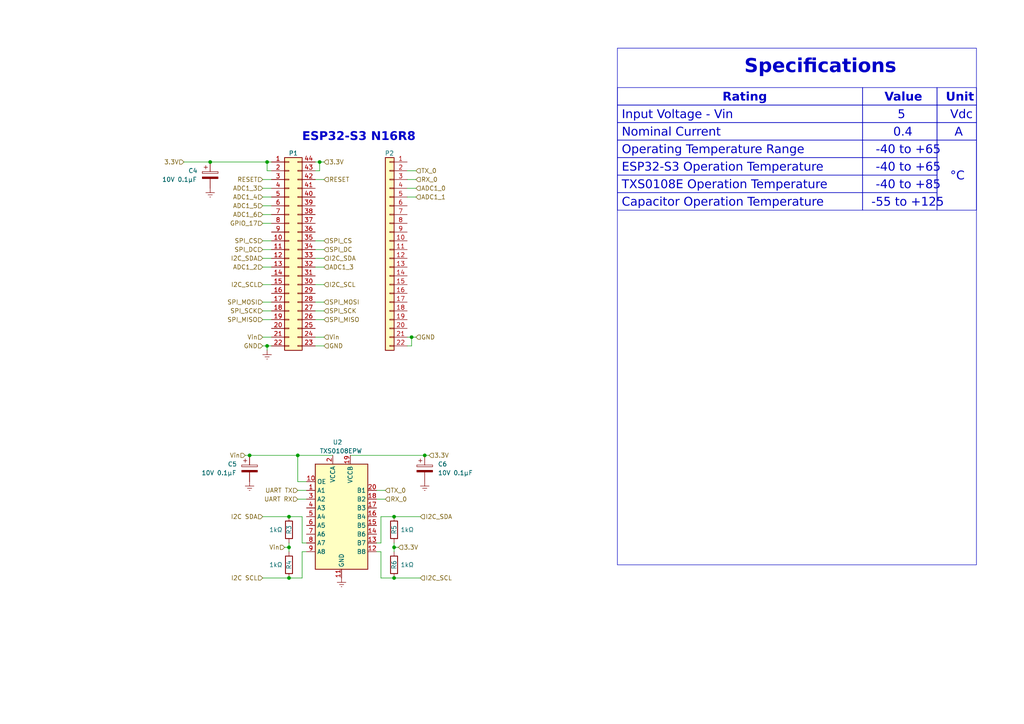
<source format=kicad_sch>
(kicad_sch (version 20230121) (generator eeschema)
  (paper "A4")
  (title_block (title "Microcontroller") (date "27/09/2024") (rev "1.0") (company "Lucas Rayan Guerra da Silva") (comment 1 "linkedin.com/in/lucasrguerra") (comment 2 "github.com/lucasrguerra/power_vision"))
  (lib_symbols
    (symbol "Connector_Generic:Conn_01x22" (pin_names (offset 1.016) hide)
      (property "Reference" "J" (at 0 27.94 0))
      (property "Value" "Conn_01x22" (at 0 -30.48 0))
      (symbol "Conn_01x22_1_1"
        (rectangle (start -1.27 -27.813) (end 0 -28.067) (stroke (width 0.1524)))
        (rectangle (start -1.27 -25.273) (end 0 -25.527) (stroke (width 0.1524)))
        (rectangle (start -1.27 -22.733) (end 0 -22.987) (stroke (width 0.1524)))
        (rectangle (start -1.27 -20.193) (end 0 -20.447) (stroke (width 0.1524)))
        (rectangle (start -1.27 -17.653) (end 0 -17.907) (stroke (width 0.1524)))
        (rectangle (start -1.27 -15.113) (end 0 -15.367) (stroke (width 0.1524)))
        (rectangle (start -1.27 -12.573) (end 0 -12.827) (stroke (width 0.1524)))
        (rectangle (start -1.27 -10.033) (end 0 -10.287) (stroke (width 0.1524)))
        (rectangle (start -1.27 -7.493) (end 0 -7.747) (stroke (width 0.1524)))
        (rectangle (start -1.27 -4.953) (end 0 -5.207) (stroke (width 0.1524)))
        (rectangle (start -1.27 -2.413) (end 0 -2.667) (stroke (width 0.1524)))
        (rectangle (start -1.27 0.127) (end 0 -0.127) (stroke (width 0.1524)))
        (rectangle (start -1.27 2.667) (end 0 2.413) (stroke (width 0.1524)))
        (rectangle (start -1.27 5.207) (end 0 4.953) (stroke (width 0.1524)))
        (rectangle (start -1.27 7.747) (end 0 7.493) (stroke (width 0.1524)))
        (rectangle (start -1.27 10.287) (end 0 10.033) (stroke (width 0.1524)))
        (rectangle (start -1.27 12.827) (end 0 12.573) (stroke (width 0.1524)))
        (rectangle (start -1.27 15.367) (end 0 15.113) (stroke (width 0.1524)))
        (rectangle (start -1.27 17.907) (end 0 17.653) (stroke (width 0.1524)))
        (rectangle (start -1.27 20.447) (end 0 20.193) (stroke (width 0.1524)))
        (rectangle (start -1.27 22.987) (end 0 22.733) (stroke (width 0.1524)))
        (rectangle (start -1.27 25.527) (end 0 25.273) (stroke (width 0.1524)))
        (rectangle (start -1.27 26.67) (end 1.27 -29.21) (stroke (width 0.254)) (fill (type background)))
        (pin passive line (at -5.08 25.4 0) (length 3.81) (name "Pin_1") (number "1"))
        (pin passive line (at -5.08 2.54 0) (length 3.81) (name "Pin_10") (number "10"))
        (pin passive line (at -5.08 0 0) (length 3.81) (name "Pin_11") (number "11"))
        (pin passive line (at -5.08 -2.54 0) (length 3.81) (name "Pin_12") (number "12"))
        (pin passive line (at -5.08 -5.08 0) (length 3.81) (name "Pin_13") (number "13"))
        (pin passive line (at -5.08 -7.62 0) (length 3.81) (name "Pin_14") (number "14"))
        (pin passive line (at -5.08 -10.16 0) (length 3.81) (name "Pin_15") (number "15"))
        (pin passive line (at -5.08 -12.7 0) (length 3.81) (name "Pin_16") (number "16"))
        (pin passive line (at -5.08 -15.24 0) (length 3.81) (name "Pin_17") (number "17"))
        (pin passive line (at -5.08 -17.78 0) (length 3.81) (name "Pin_18") (number "18"))
        (pin passive line (at -5.08 -20.32 0) (length 3.81) (name "Pin_19") (number "19"))
        (pin passive line (at -5.08 22.86 0) (length 3.81) (name "Pin_2") (number "2"))
        (pin passive line (at -5.08 -22.86 0) (length 3.81) (name "Pin_20") (number "20"))
        (pin passive line (at -5.08 -25.4 0) (length 3.81) (name "Pin_21") (number "21"))
        (pin passive line (at -5.08 -27.94 0) (length 3.81) (name "Pin_22") (number "22"))
        (pin passive line (at -5.08 20.32 0) (length 3.81) (name "Pin_3") (number "3"))
        (pin passive line (at -5.08 17.78 0) (length 3.81) (name "Pin_4") (number "4"))
        (pin passive line (at -5.08 15.24 0) (length 3.81) (name "Pin_5") (number "5"))
        (pin passive line (at -5.08 12.7 0) (length 3.81) (name "Pin_6") (number "6"))
        (pin passive line (at -5.08 10.16 0) (length 3.81) (name "Pin_7") (number "7"))
        (pin passive line (at -5.08 7.62 0) (length 3.81) (name "Pin_8") (number "8"))
        (pin passive line (at -5.08 5.08 0) (length 3.81) (name "Pin_9") (number "9"))
      )
    )
    (symbol "Connector_Generic:Conn_02x22_Counter_Clockwise" (pin_names (offset 1.016) hide)
      (property "Reference" "J" (at 1.27 27.94 0))
      (property "Value" "Conn_02x22_Counter_Clockwise" (at 1.27 -30.48 0))
      (symbol "Conn_02x22_Counter_Clockwise_1_1"
        (rectangle (start -1.27 -27.813) (end 0 -28.067) (stroke (width 0.1524)))
        (rectangle (start -1.27 -25.273) (end 0 -25.527) (stroke (width 0.1524)))
        (rectangle (start -1.27 -22.733) (end 0 -22.987) (stroke (width 0.1524)))
        (rectangle (start -1.27 -20.193) (end 0 -20.447) (stroke (width 0.1524)))
        (rectangle (start -1.27 -17.653) (end 0 -17.907) (stroke (width 0.1524)))
        (rectangle (start -1.27 -15.113) (end 0 -15.367) (stroke (width 0.1524)))
        (rectangle (start -1.27 -12.573) (end 0 -12.827) (stroke (width 0.1524)))
        (rectangle (start -1.27 -10.033) (end 0 -10.287) (stroke (width 0.1524)))
        (rectangle (start -1.27 -7.493) (end 0 -7.747) (stroke (width 0.1524)))
        (rectangle (start -1.27 -4.953) (end 0 -5.207) (stroke (width 0.1524)))
        (rectangle (start -1.27 -2.413) (end 0 -2.667) (stroke (width 0.1524)))
        (rectangle (start -1.27 0.127) (end 0 -0.127) (stroke (width 0.1524)))
        (rectangle (start -1.27 2.667) (end 0 2.413) (stroke (width 0.1524)))
        (rectangle (start -1.27 5.207) (end 0 4.953) (stroke (width 0.1524)))
        (rectangle (start -1.27 7.747) (end 0 7.493) (stroke (width 0.1524)))
        (rectangle (start -1.27 10.287) (end 0 10.033) (stroke (width 0.1524)))
        (rectangle (start -1.27 12.827) (end 0 12.573) (stroke (width 0.1524)))
        (rectangle (start -1.27 15.367) (end 0 15.113) (stroke (width 0.1524)))
        (rectangle (start -1.27 17.907) (end 0 17.653) (stroke (width 0.1524)))
        (rectangle (start -1.27 20.447) (end 0 20.193) (stroke (width 0.1524)))
        (rectangle (start -1.27 22.987) (end 0 22.733) (stroke (width 0.1524)))
        (rectangle (start -1.27 25.527) (end 0 25.273) (stroke (width 0.1524)))
        (rectangle (start -1.27 26.67) (end 3.81 -29.21) (stroke (width 0.254)) (fill (type background)))
        (rectangle (start 3.81 -27.813) (end 2.54 -28.067) (stroke (width 0.1524)))
        (rectangle (start 3.81 -25.273) (end 2.54 -25.527) (stroke (width 0.1524)))
        (rectangle (start 3.81 -22.733) (end 2.54 -22.987) (stroke (width 0.1524)))
        (rectangle (start 3.81 -20.193) (end 2.54 -20.447) (stroke (width 0.1524)))
        (rectangle (start 3.81 -17.653) (end 2.54 -17.907) (stroke (width 0.1524)))
        (rectangle (start 3.81 -15.113) (end 2.54 -15.367) (stroke (width 0.1524)))
        (rectangle (start 3.81 -12.573) (end 2.54 -12.827) (stroke (width 0.1524)))
        (rectangle (start 3.81 -10.033) (end 2.54 -10.287) (stroke (width 0.1524)))
        (rectangle (start 3.81 -7.493) (end 2.54 -7.747) (stroke (width 0.1524)))
        (rectangle (start 3.81 -4.953) (end 2.54 -5.207) (stroke (width 0.1524)))
        (rectangle (start 3.81 -2.413) (end 2.54 -2.667) (stroke (width 0.1524)))
        (rectangle (start 3.81 0.127) (end 2.54 -0.127) (stroke (width 0.1524)))
        (rectangle (start 3.81 2.667) (end 2.54 2.413) (stroke (width 0.1524)))
        (rectangle (start 3.81 5.207) (end 2.54 4.953) (stroke (width 0.1524)))
        (rectangle (start 3.81 7.747) (end 2.54 7.493) (stroke (width 0.1524)))
        (rectangle (start 3.81 10.287) (end 2.54 10.033) (stroke (width 0.1524)))
        (rectangle (start 3.81 12.827) (end 2.54 12.573) (stroke (width 0.1524)))
        (rectangle (start 3.81 15.367) (end 2.54 15.113) (stroke (width 0.1524)))
        (rectangle (start 3.81 17.907) (end 2.54 17.653) (stroke (width 0.1524)))
        (rectangle (start 3.81 20.447) (end 2.54 20.193) (stroke (width 0.1524)))
        (rectangle (start 3.81 22.987) (end 2.54 22.733) (stroke (width 0.1524)))
        (rectangle (start 3.81 25.527) (end 2.54 25.273) (stroke (width 0.1524)))
        (pin passive line (at -5.08 25.4 0) (length 3.81) (name "Pin_1") (number "1"))
        (pin passive line (at -5.08 2.54 0) (length 3.81) (name "Pin_10") (number "10"))
        (pin passive line (at -5.08 0 0) (length 3.81) (name "Pin_11") (number "11"))
        (pin passive line (at -5.08 -2.54 0) (length 3.81) (name "Pin_12") (number "12"))
        (pin passive line (at -5.08 -5.08 0) (length 3.81) (name "Pin_13") (number "13"))
        (pin passive line (at -5.08 -7.62 0) (length 3.81) (name "Pin_14") (number "14"))
        (pin passive line (at -5.08 -10.16 0) (length 3.81) (name "Pin_15") (number "15"))
        (pin passive line (at -5.08 -12.7 0) (length 3.81) (name "Pin_16") (number "16"))
        (pin passive line (at -5.08 -15.24 0) (length 3.81) (name "Pin_17") (number "17"))
        (pin passive line (at -5.08 -17.78 0) (length 3.81) (name "Pin_18") (number "18"))
        (pin passive line (at -5.08 -20.32 0) (length 3.81) (name "Pin_19") (number "19"))
        (pin passive line (at -5.08 22.86 0) (length 3.81) (name "Pin_2") (number "2"))
        (pin passive line (at -5.08 -22.86 0) (length 3.81) (name "Pin_20") (number "20"))
        (pin passive line (at -5.08 -25.4 0) (length 3.81) (name "Pin_21") (number "21"))
        (pin passive line (at -5.08 -27.94 0) (length 3.81) (name "Pin_22") (number "22"))
        (pin passive line (at 7.62 -27.94 180) (length 3.81) (name "Pin_23") (number "23"))
        (pin passive line (at 7.62 -25.4 180) (length 3.81) (name "Pin_24") (number "24"))
        (pin passive line (at 7.62 -22.86 180) (length 3.81) (name "Pin_25") (number "25"))
        (pin passive line (at 7.62 -20.32 180) (length 3.81) (name "Pin_26") (number "26"))
        (pin passive line (at 7.62 -17.78 180) (length 3.81) (name "Pin_27") (number "27"))
        (pin passive line (at 7.62 -15.24 180) (length 3.81) (name "Pin_28") (number "28"))
        (pin passive line (at 7.62 -12.7 180) (length 3.81) (name "Pin_29") (number "29"))
        (pin passive line (at -5.08 20.32 0) (length 3.81) (name "Pin_3") (number "3"))
        (pin passive line (at 7.62 -10.16 180) (length 3.81) (name "Pin_30") (number "30"))
        (pin passive line (at 7.62 -7.62 180) (length 3.81) (name "Pin_31") (number "31"))
        (pin passive line (at 7.62 -5.08 180) (length 3.81) (name "Pin_32") (number "32"))
        (pin passive line (at 7.62 -2.54 180) (length 3.81) (name "Pin_33") (number "33"))
        (pin passive line (at 7.62 0 180) (length 3.81) (name "Pin_34") (number "34"))
        (pin passive line (at 7.62 2.54 180) (length 3.81) (name "Pin_35") (number "35"))
        (pin passive line (at 7.62 5.08 180) (length 3.81) (name "Pin_36") (number "36"))
        (pin passive line (at 7.62 7.62 180) (length 3.81) (name "Pin_37") (number "37"))
        (pin passive line (at 7.62 10.16 180) (length 3.81) (name "Pin_38") (number "38"))
        (pin passive line (at 7.62 12.7 180) (length 3.81) (name "Pin_39") (number "39"))
        (pin passive line (at -5.08 17.78 0) (length 3.81) (name "Pin_4") (number "4"))
        (pin passive line (at 7.62 15.24 180) (length 3.81) (name "Pin_40") (number "40"))
        (pin passive line (at 7.62 17.78 180) (length 3.81) (name "Pin_41") (number "41"))
        (pin passive line (at 7.62 20.32 180) (length 3.81) (name "Pin_42") (number "42"))
        (pin passive line (at 7.62 22.86 180) (length 3.81) (name "Pin_43") (number "43"))
        (pin passive line (at 7.62 25.4 180) (length 3.81) (name "Pin_44") (number "44"))
        (pin passive line (at -5.08 15.24 0) (length 3.81) (name "Pin_5") (number "5"))
        (pin passive line (at -5.08 12.7 0) (length 3.81) (name "Pin_6") (number "6"))
        (pin passive line (at -5.08 10.16 0) (length 3.81) (name "Pin_7") (number "7"))
        (pin passive line (at -5.08 7.62 0) (length 3.81) (name "Pin_8") (number "8"))
        (pin passive line (at -5.08 5.08 0) (length 3.81) (name "Pin_9") (number "9"))
      )
    )
    (symbol "Device:C_Polarized" (pin_numbers hide) (pin_names (offset 0.254))
      (property "Reference" "C" (at 0.635 2.54 0))
      (property "Value" "C_Polarized" (at 0.635 -2.54 0))
      (symbol "C_Polarized_0_1"
        (rectangle (start -2.286 0.508) (end 2.286 1.016))
        (polyline (pts (xy -1.778 2.286) (xy -0.762 2.286)))
        (polyline (pts (xy -1.27 2.794) (xy -1.27 1.778)))
        (rectangle (start 2.286 -0.508) (end -2.286 -1.016) (fill (type outline)))
      )
      (symbol "C_Polarized_1_1"
        (pin passive line (at 0 3.81 270) (length 2.794) (name "~") (number "1"))
        (pin passive line (at 0 -3.81 90) (length 2.794) (name "~") (number "2"))
      )
    )
    (symbol "Device:R" (pin_numbers hide) (pin_names (offset 0))
      (property "Reference" "R" (at 2.032 0 90))
      (property "Value" "R" (at 0 0 90))
      (symbol "R_0_1"
        (rectangle (start -1.016 -2.54) (end 1.016 2.54) (stroke (width 0.254)))
      )
      (symbol "R_1_1"
        (pin passive line (at 0 3.81 270) (length 1.27) (name "~") (number "1"))
        (pin passive line (at 0 -3.81 90) (length 1.27) (name "~") (number "2"))
      )
    )
    (symbol "Logic_LevelTranslator:TXS0108EPW"
      (property "Reference" "U" (at -6.35 16.51 0))
      (property "Value" "TXS0108EPW" (at 3.81 16.51 0))
      (symbol "TXS0108EPW_0_1"
        (rectangle (start -7.62 15.24) (end 7.62 -15.24) (stroke (width 0.254)) (fill (type background)))
      )
      (symbol "TXS0108EPW_1_1"
        (pin bidirectional line (at -10.16 7.62 0) (length 2.54) (name "A1") (number "1"))
        (pin input line (at -10.16 10.16 0) (length 2.54) (name "OE") (number "10"))
        (pin power_in line (at 0 -17.78 90) (length 2.54) (name "GND") (number "11"))
        (pin bidirectional line (at 10.16 -10.16 180) (length 2.54) (name "B8") (number "12"))
        (pin bidirectional line (at 10.16 -7.62 180) (length 2.54) (name "B7") (number "13"))
        (pin bidirectional line (at 10.16 -5.08 180) (length 2.54) (name "B6") (number "14"))
        (pin bidirectional line (at 10.16 -2.54 180) (length 2.54) (name "B5") (number "15"))
        (pin bidirectional line (at 10.16 0 180) (length 2.54) (name "B4") (number "16"))
        (pin bidirectional line (at 10.16 2.54 180) (length 2.54) (name "B3") (number "17"))
        (pin bidirectional line (at 10.16 5.08 180) (length 2.54) (name "B2") (number "18"))
        (pin power_in line (at 2.54 17.78 270) (length 2.54) (name "VCCB") (number "19"))
        (pin power_in line (at -2.54 17.78 270) (length 2.54) (name "VCCA") (number "2"))
        (pin bidirectional line (at 10.16 7.62 180) (length 2.54) (name "B1") (number "20"))
        (pin bidirectional line (at -10.16 5.08 0) (length 2.54) (name "A2") (number "3"))
        (pin bidirectional line (at -10.16 2.54 0) (length 2.54) (name "A3") (number "4"))
        (pin bidirectional line (at -10.16 0 0) (length 2.54) (name "A4") (number "5"))
        (pin bidirectional line (at -10.16 -2.54 0) (length 2.54) (name "A5") (number "6"))
        (pin bidirectional line (at -10.16 -5.08 0) (length 2.54) (name "A6") (number "7"))
        (pin bidirectional line (at -10.16 -7.62 0) (length 2.54) (name "A7") (number "8"))
        (pin bidirectional line (at -10.16 -10.16 0) (length 2.54) (name "A8") (number "9"))
      )
    )
    (symbol "power:Earth" (power) (pin_names (offset 0))
      (symbol "Earth_0_1"
        (polyline (pts (xy -0.635 -1.905) (xy 0.635 -1.905)))
        (polyline (pts (xy -0.127 -2.54) (xy 0.127 -2.54)))
        (polyline (pts (xy 0 -1.27) (xy 0 0)))
        (polyline (pts (xy 1.27 -1.27) (xy -1.27 -1.27)))
      )
      (symbol "Earth_1_1"
        (pin power_in line (at 0 0 270) (length 0) hide (name "Earth") (number "1"))
      )
    )
  )
  (junction (at 86.36 132.08))
  (junction (at 60.96 46.99))
  (junction (at 114.3 158.75))
  (junction (at 114.3 149.86))
  (junction (at 83.82 167.64))
  (junction (at 72.39 132.08))
  (junction (at 92.71 46.99))
  (junction (at 114.3 167.64))
  (junction (at 77.47 100.33))
  (junction (at 83.82 149.86))
  (junction (at 119.38 97.79))
  (junction (at 123.19 132.08))
  (junction (at 83.82 158.75))
  (junction (at 77.47 46.99))
  (wire (pts (xy 76.2 62.23) (xy 78.74 62.23)))
  (wire (pts (xy 123.19 132.08) (xy 124.46 132.08)))
  (wire (pts (xy 114.3 149.86) (xy 110.49 149.86)))
  (wire (pts (xy 86.36 132.08) (xy 96.52 132.08)))
  (wire (pts (xy 76.2 59.69) (xy 78.74 59.69)))
  (wire (pts (xy 76.2 69.85) (xy 78.74 69.85)))
  (wire (pts (xy 110.49 160.02) (xy 109.22 160.02)))
  (wire (pts (xy 91.44 52.07) (xy 93.98 52.07)))
  (wire (pts (xy 110.49 149.86) (xy 110.49 157.48)))
  (wire (pts (xy 91.44 49.53) (xy 92.71 49.53)))
  (wire (pts (xy 77.47 49.53) (xy 77.47 46.99)))
  (wire (pts (xy 86.36 139.7) (xy 86.36 132.08)))
  (wire (pts (xy 93.98 97.79) (xy 91.44 97.79)))
  (wire (pts (xy 91.44 82.55) (xy 93.98 82.55)))
  (wire (pts (xy 87.63 167.64) (xy 87.63 160.02)))
  (wire (pts (xy 114.3 167.64) (xy 110.49 167.64)))
  (wire (pts (xy 76.2 90.17) (xy 78.74 90.17)))
  (wire (pts (xy 76.2 77.47) (xy 78.74 77.47)))
  (wire (pts (xy 76.2 57.15) (xy 78.74 57.15)))
  (wire (pts (xy 118.11 54.61) (xy 120.65 54.61)))
  (wire (pts (xy 77.47 100.33) (xy 78.74 100.33)))
  (wire (pts (xy 76.2 74.93) (xy 78.74 74.93)))
  (wire (pts (xy 76.2 87.63) (xy 78.74 87.63)))
  (wire (pts (xy 93.98 100.33) (xy 91.44 100.33)))
  (wire (pts (xy 86.36 139.7) (xy 88.9 139.7)))
  (wire (pts (xy 76.2 149.86) (xy 83.82 149.86)))
  (wire (pts (xy 77.47 100.33) (xy 77.47 101.6)))
  (wire (pts (xy 114.3 157.48) (xy 114.3 158.75)))
  (wire (pts (xy 72.39 132.08) (xy 86.36 132.08)))
  (wire (pts (xy 91.44 74.93) (xy 93.98 74.93)))
  (wire (pts (xy 83.82 158.75) (xy 83.82 160.02)))
  (wire (pts (xy 119.38 97.79) (xy 120.65 97.79)))
  (wire (pts (xy 121.92 149.86) (xy 114.3 149.86)))
  (wire (pts (xy 114.3 158.75) (xy 114.3 160.02)))
  (wire (pts (xy 118.11 100.33) (xy 119.38 100.33)))
  (wire (pts (xy 87.63 160.02) (xy 88.9 160.02)))
  (wire (pts (xy 111.76 144.78) (xy 109.22 144.78)))
  (wire (pts (xy 83.82 157.48) (xy 83.82 158.75)))
  (wire (pts (xy 101.6 132.08) (xy 123.19 132.08)))
  (wire (pts (xy 87.63 149.86) (xy 87.63 157.48)))
  (wire (pts (xy 87.63 157.48) (xy 88.9 157.48)))
  (wire (pts (xy 121.92 167.64) (xy 114.3 167.64)))
  (wire (pts (xy 110.49 167.64) (xy 110.49 160.02)))
  (wire (pts (xy 86.36 144.78) (xy 88.9 144.78)))
  (wire (pts (xy 118.11 52.07) (xy 120.65 52.07)))
  (wire (pts (xy 83.82 149.86) (xy 87.63 149.86)))
  (wire (pts (xy 60.96 46.99) (xy 77.47 46.99)))
  (wire (pts (xy 92.71 49.53) (xy 92.71 46.99)))
  (wire (pts (xy 118.11 97.79) (xy 119.38 97.79)))
  (wire (pts (xy 76.2 54.61) (xy 78.74 54.61)))
  (wire (pts (xy 92.71 46.99) (xy 93.98 46.99)))
  (wire (pts (xy 76.2 52.07) (xy 78.74 52.07)))
  (wire (pts (xy 76.2 72.39) (xy 78.74 72.39)))
  (wire (pts (xy 82.55 158.75) (xy 83.82 158.75)))
  (wire (pts (xy 93.98 92.71) (xy 91.44 92.71)))
  (wire (pts (xy 91.44 77.47) (xy 93.98 77.47)))
  (wire (pts (xy 76.2 167.64) (xy 83.82 167.64)))
  (wire (pts (xy 118.11 49.53) (xy 120.65 49.53)))
  (wire (pts (xy 71.12 132.08) (xy 72.39 132.08)))
  (wire (pts (xy 76.2 100.33) (xy 77.47 100.33)))
  (wire (pts (xy 115.57 158.75) (xy 114.3 158.75)))
  (wire (pts (xy 93.98 87.63) (xy 91.44 87.63)))
  (wire (pts (xy 76.2 92.71) (xy 78.74 92.71)))
  (wire (pts (xy 91.44 46.99) (xy 92.71 46.99)))
  (wire (pts (xy 93.98 90.17) (xy 91.44 90.17)))
  (wire (pts (xy 76.2 82.55) (xy 78.74 82.55)))
  (wire (pts (xy 53.34 46.99) (xy 60.96 46.99)))
  (wire (pts (xy 78.74 49.53) (xy 77.47 49.53)))
  (wire (pts (xy 93.98 72.39) (xy 91.44 72.39)))
  (wire (pts (xy 119.38 97.79) (xy 119.38 100.33)))
  (wire (pts (xy 93.98 69.85) (xy 91.44 69.85)))
  (wire (pts (xy 110.49 157.48) (xy 109.22 157.48)))
  (wire (pts (xy 83.82 167.64) (xy 87.63 167.64)))
  (wire (pts (xy 77.47 46.99) (xy 78.74 46.99)))
  (wire (pts (xy 86.36 142.24) (xy 88.9 142.24)))
  (wire (pts (xy 76.2 97.79) (xy 78.74 97.79)))
  (wire (pts (xy 118.11 57.15) (xy 120.65 57.15)))
  (wire (pts (xy 76.2 64.77) (xy 78.74 64.77)))
  (wire (pts (xy 111.76 142.24) (xy 109.22 142.24)))
  (rectangle (start 250.19 35.56) (end 271.78 40.64))
  (rectangle (start 271.78 30.48) (end 283.21 35.56))
  (rectangle (start 250.19 55.88) (end 271.78 60.96))
  (rectangle (start 271.78 25.4) (end 283.21 30.48))
  (rectangle (start 179.07 35.56) (end 250.19 40.64))
  (rectangle (start 250.19 30.48) (end 271.78 35.56))
  (rectangle (start 179.07 50.8) (end 250.19 55.88))
  (rectangle (start 250.19 40.64) (end 271.78 45.72))
  (rectangle (start 271.78 40.64) (end 283.21 60.96))
  (rectangle (start 179.07 55.88) (end 250.19 60.96))
  (rectangle (start 271.78 35.56) (end 283.21 40.64))
  (rectangle (start 179.07 25.4) (end 250.19 30.48))
  (rectangle (start 179.07 13.97) (end 283.21 163.83))
  (rectangle (start 179.07 40.64) (end 250.19 45.72))
  (rectangle (start 179.07 30.48) (end 250.19 35.56))
  (rectangle (start 250.19 45.72) (end 271.78 50.8))
  (rectangle (start 179.07 45.72) (end 250.19 50.8))
  (rectangle (start 250.19 50.8) (end 271.78 55.88))
  (rectangle (start 250.19 25.4) (end 271.78 30.48))
  (text "-55 to +125" (at 252.73 60.96 0) (effects (font (size 2.5 2.5)) (justify left bottom)))
  (text "Vdc" (at 275.59 35.56 0) (effects (font (size 2.5 2.5)) (justify left bottom)))
  (text "-40 to +65" (at 254 45.72 0) (effects (font (size 2.5 2.5)) (justify left bottom)))
  (text "TXS0108E Operation Temperature" (at 180.34 55.88 0) (effects (font (size 2.5 2.5)) (justify left bottom)))
  (text "ESP32-S3 N16R8" (at 87.63 41.91 0) (effects (font (size 2.5 2.5) (thickness 0.6) bold) (justify left bottom)))
  (text "Input Voltage - Vin" (at 180.34 35.56 0) (effects (font (size 2.5 2.5)) (justify left bottom)))
  (text "°C" (at 275.59 53.34 0) (effects (font (size 2.5 2.5)) (justify left bottom)))
  (text "5" (at 260.35 35.56 0) (effects (font (size 2.5 2.5)) (justify left bottom)))
  (text "Capacitor Operation Temperature" (at 180.34 60.96 0) (effects (font (size 2.5 2.5)) (justify left bottom)))
  (text "Nominal Current" (at 180.34 40.64 0) (effects (font (size 2.5 2.5)) (justify left bottom)))
  (text "ESP32-S3 Operation Temperature" (at 180.34 50.8 0) (effects (font (size 2.5 2.5)) (justify left bottom)))
  (text "Operating Temperature Range" (at 180.34 45.72 0) (effects (font (size 2.5 2.5)) (justify left bottom)))
  (text "Specifications" (at 215.9 22.86 0) (effects (font (size 4 4) (thickness 0.254) bold) (justify left bottom)))
  (text "A\n" (at 276.86 40.64 0) (effects (font (size 2.5 2.5)) (justify left bottom)))
  (text "Rating" (at 209.55 30.48 0) (effects (font (size 2.5 2.5) (thickness 0.6) bold) (justify left bottom)))
  (text "-40 to +65" (at 254 50.8 0) (effects (font (size 2.5 2.5)) (justify left bottom)))
  (text "0.4" (at 259.08 40.64 0) (effects (font (size 2.5 2.5)) (justify left bottom)))
  (text "-40 to +85" (at 254 55.88 0) (effects (font (size 2.5 2.5)) (justify left bottom)))
  (text "Value" (at 256.54 30.48 0) (effects (font (size 2.5 2.5) (thickness 0.6) bold) (justify left bottom)))
  (text "Unit" (at 274.32 30.48 0) (effects (font (size 2.5 2.5) (thickness 0.6) bold) (justify left bottom)))
  (hierarchical_label "SPI_CS" (shape input) (at 76.2 69.85 180))
  (hierarchical_label "UART RX" (shape input) (at 86.36 144.78 180))
  (hierarchical_label "3.3V" (shape input) (at 93.98 46.99 0))
  (hierarchical_label "ADC1_3" (shape input) (at 76.2 54.61 180))
  (hierarchical_label "ADC1_5" (shape input) (at 76.2 59.69 180))
  (hierarchical_label "TX_0" (shape input) (at 111.76 142.24 0))
  (hierarchical_label "3.3V" (shape input) (at 115.57 158.75 0))
  (hierarchical_label "I2C_SCL" (shape input) (at 93.98 82.55 0))
  (hierarchical_label "ADC1_2" (shape input) (at 76.2 77.47 180))
  (hierarchical_label "GND" (shape input) (at 120.65 97.79 0))
  (hierarchical_label "3.3V" (shape input) (at 53.34 46.99 180))
  (hierarchical_label "ADC1_6" (shape input) (at 76.2 62.23 180))
  (hierarchical_label "I2C_SDA" (shape input) (at 121.92 149.86 0))
  (hierarchical_label "SPI_DC" (shape input) (at 76.2 72.39 180))
  (hierarchical_label "I2C_SCL" (shape input) (at 76.2 82.55 180))
  (hierarchical_label "3.3V" (shape input) (at 124.46 132.08 0))
  (hierarchical_label "SPI_SCK" (shape input) (at 93.98 90.17 0))
  (hierarchical_label "Vin" (shape input) (at 93.98 97.79 0))
  (hierarchical_label "I2C_SCL" (shape input) (at 121.92 167.64 0))
  (hierarchical_label "RX_0" (shape input) (at 111.76 144.78 0))
  (hierarchical_label "SPI_DC" (shape input) (at 93.98 72.39 0))
  (hierarchical_label "SPI_SCK" (shape input) (at 76.2 90.17 180))
  (hierarchical_label "I2C SDA" (shape input) (at 76.2 149.86 180))
  (hierarchical_label "SPI_MOSI" (shape input) (at 76.2 87.63 180))
  (hierarchical_label "SPI_MISO" (shape input) (at 93.98 92.71 0))
  (hierarchical_label "SPI_MISO" (shape input) (at 76.2 92.71 180))
  (hierarchical_label "ADC1_4" (shape input) (at 76.2 57.15 180))
  (hierarchical_label "RX_0" (shape input) (at 120.65 52.07 0))
  (hierarchical_label "GPIO_17" (shape input) (at 76.2 64.77 180))
  (hierarchical_label "UART TX" (shape input) (at 86.36 142.24 180))
  (hierarchical_label "SPI_MOSI" (shape input) (at 93.98 87.63 0))
  (hierarchical_label "I2C_SDA" (shape input) (at 93.98 74.93 0))
  (hierarchical_label "Vin" (shape input) (at 76.2 97.79 180))
  (hierarchical_label "GND" (shape input) (at 93.98 100.33 0))
  (hierarchical_label "ADC1_3" (shape input) (at 93.98 77.47 0))
  (hierarchical_label "Vin" (shape input) (at 71.12 132.08 180))
  (hierarchical_label "I2C_SDA" (shape input) (at 76.2 74.93 180))
  (hierarchical_label "ADC1_0" (shape input) (at 120.65 54.61 0))
  (hierarchical_label "SPI_CS" (shape input) (at 93.98 69.85 0))
  (hierarchical_label "RESET" (shape input) (at 93.98 52.07 0))
  (hierarchical_label "GND" (shape input) (at 76.2 100.33 180))
  (hierarchical_label "TX_0" (shape input) (at 120.65 49.53 0))
  (hierarchical_label "Vin" (shape input) (at 82.55 158.75 180))
  (hierarchical_label "ADC1_1" (shape input) (at 120.65 57.15 0))
  (hierarchical_label "I2C SCL" (shape input) (at 76.2 167.64 180))
  (hierarchical_label "RESET" (shape input) (at 76.2 52.07 180))
  (symbol (lib_id "Device:C_Polarized") (at 60.96 50.8 0) (unit 1)
    (property "Reference" "C4" (at 54.61 49.53 0) (effects (justify left)))
    (property "Value" "10V 0.1µF" (at 46.99 52.07 0) (effects (justify left)))
    (property "Footprint" "Capacitor_SMD:C_0603_1608Metric" (effects hide))
  )
  (symbol (lib_id "Device:C_Polarized") (at 123.19 135.89 0) (unit 1)
    (property "Reference" "C6" (at 127 134.62 0) (effects (justify left)))
    (property "Value" "10V 0.1µF" (at 127 137.16 0) (effects (justify left)))
    (property "Footprint" "Capacitor_SMD:C_0603_1608Metric" (effects hide))
  )
  (symbol (lib_id "power:Earth") (at 72.39 139.7 0) (unit 1)
    (property "Reference" "#PWR013" (effects hide))
    (property "Value" "Earth" (effects hide))
  )
  (symbol (lib_id "Device:R") (at 114.3 163.83 0) (mirror y) (unit 1)
    (property "Reference" "R6" (at 114.3 163.83 90))
    (property "Value" "1kΩ" (at 118.11 163.83 0))
    (property "Footprint" "Resistor_SMD:R_0603_1608Metric" (effects hide))
  )
  (symbol (lib_id "Device:R") (at 114.3 153.67 0) (mirror y) (unit 1)
    (property "Reference" "R5" (at 114.3 153.67 90))
    (property "Value" "1kΩ" (at 118.11 153.67 0))
    (property "Footprint" "Resistor_SMD:R_0603_1608Metric" (effects hide))
  )
  (symbol (lib_id "power:Earth") (at 99.06 167.64 0) (unit 1)
    (property "Reference" "#PWR09" (effects hide))
    (property "Value" "Earth" (effects hide))
  )
  (symbol (lib_id "power:Earth") (at 77.47 101.6 0) (unit 1)
    (property "Reference" "#PWR019" (effects hide))
    (property "Value" "Earth" (effects hide))
  )
  (symbol (lib_id "power:Earth") (at 123.19 139.7 0) (unit 1)
    (property "Reference" "#PWR012" (effects hide))
    (property "Value" "Earth" (effects hide))
  )
  (symbol (lib_id "Connector_Generic:Conn_01x22") (at 113.03 72.39 0) (mirror y) (unit 1)
    (property "Reference" "P2" (at 114.3 44.45 0) (effects (justify left)))
    (property "Value" "Pin Socket 2.54mm 01x22" (effects hide))
    (property "Footprint" "Connector_PinSocket_2.54mm:PinSocket_1x22_P2.54mm_Vertical" (effects hide))
  )
  (symbol (lib_id "Logic_LevelTranslator:TXS0108EPW") (at 99.06 149.86 0) (unit 1)
    (property "Reference" "U2" (at 96.52 128.27 0) (effects (justify left)))
    (property "Value" "TXS0108EPW" (at 92.71 130.81 0) (effects (justify left)))
    (property "Footprint" "Package_SO:TSSOP-20_4.4x6.5mm_P0.65mm" (effects hide))
    (property "Datasheet" "www.ti.com/lit/ds/symlink/txs0108e.pdf" (effects hide))
  )
  (symbol (lib_id "Device:C_Polarized") (at 72.39 135.89 0) (unit 1)
    (property "Reference" "C5" (at 66.04 134.62 0) (effects (justify left)))
    (property "Value" "10V 0.1µF" (at 58.42 137.16 0) (effects (justify left)))
    (property "Footprint" "Capacitor_SMD:C_0603_1608Metric" (effects hide))
  )
  (symbol (lib_id "Device:R") (at 83.82 163.83 0) (unit 1)
    (property "Reference" "R4" (at 83.82 163.83 90))
    (property "Value" "1kΩ" (at 80.01 163.83 0))
    (property "Footprint" "Resistor_SMD:R_0603_1608Metric" (effects hide))
  )
  (symbol (lib_id "Device:R") (at 83.82 153.67 0) (unit 1)
    (property "Reference" "R3" (at 83.82 153.67 90))
    (property "Value" "1kΩ" (at 80.01 153.67 0))
    (property "Footprint" "Resistor_SMD:R_0603_1608Metric" (effects hide))
  )
  (symbol (lib_id "power:Earth") (at 60.96 54.61 0) (unit 1)
    (property "Reference" "#PWR02" (effects hide))
    (property "Value" "Earth" (effects hide))
  )
  (symbol (lib_id "Connector_Generic:Conn_02x22_Counter_Clockwise") (at 83.82 72.39 0) (unit 1)
    (property "Reference" "P1" (at 85.09 44.45 0))
    (property "Value" "Pin Socket 2.54mm 02x22" (effects hide))
    (property "Footprint" "Connector_PinSocket_2.54mm:PinSocket_2x22_P2.54mm_Vertical" (effects hide))
  )
)
</source>
